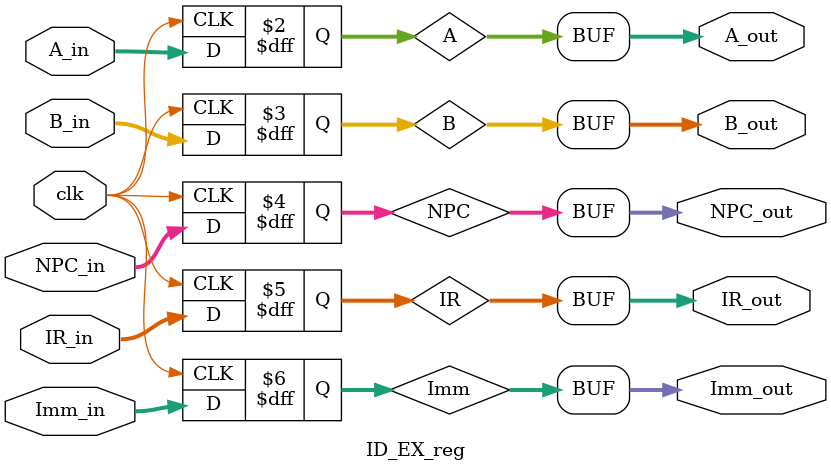
<source format=v>
`timescale 1ns / 1ps
module ID_EX_reg(
    input [31:0] NPC_in,
    input [31:0] A_in,
    input [31:0] B_in,
    input [31:0] Imm_in,
    input [31:0] IR_in,
	input clk,
    output [31:0] NPC_out,
    output [31:0] A_out,
    output [31:0] B_out,
    output [31:0] Imm_out,
    output [31:0] IR_out
    );


reg [31:0] NPC;
reg [31:0] IR;
reg [31:0] A;
reg [31:0] B;
reg [31:0] Imm;

assign NPC_out = NPC;
assign IR_out = IR;
assign A_out = A;
assign B_out = B;
assign Imm_out = Imm;



always @(posedge clk)

	begin
	 NPC <= NPC_in ;
	 IR <= IR_in ;
	 A <=  A_in;
	 B <=  B_in;
	 Imm <= Imm_in;
   end
	
endmodule




















</source>
